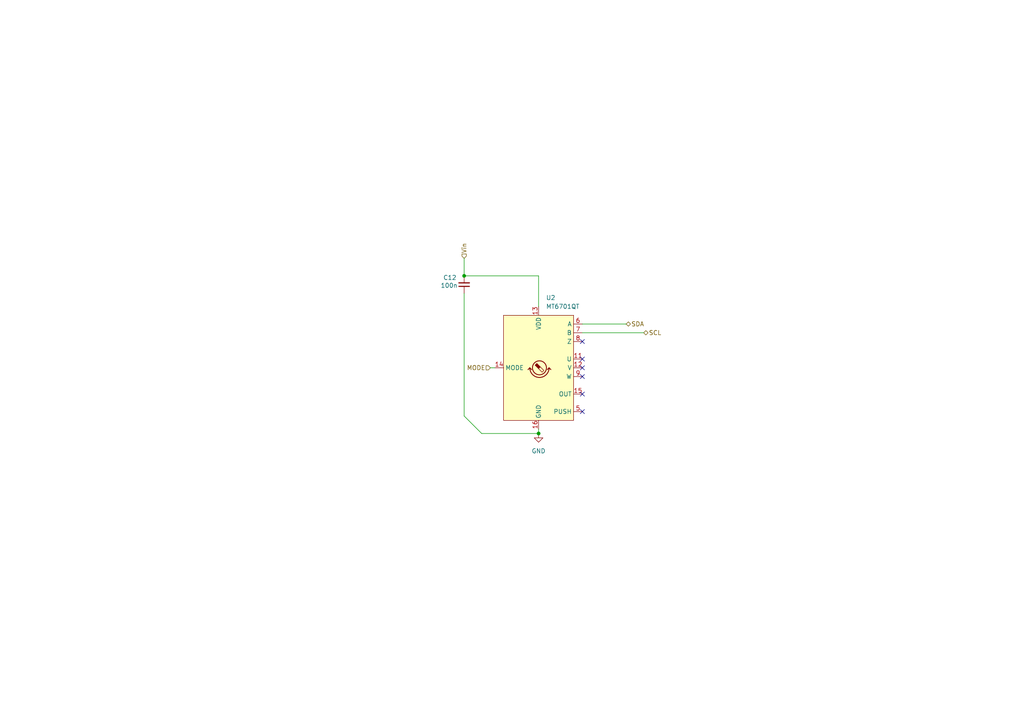
<source format=kicad_sch>
(kicad_sch (version 20250114) (generator "eeschema") (generator_version "9.0")
  (paper "A4")
  (title_block (title "QNOB") (date "2025-04-17") (rev "0.5") (company "12M Design") (comment 1 "Alper Basaran"))
  (lib_symbols
    (symbol "Device:C_Small" (pin_numbers (hide yes)) (pin_names (offset 0.254) (hide yes))
      (property "Reference" "C" (at 0.254 1.778 0))
      (property "Value" "C_Small" (at 0.254 -2.032 0))
      (symbol "C_Small_0_1"
        (polyline (pts (xy -1.524 0.508) (xy 1.524 0.508)) (stroke (width 0.3048)))
        (polyline (pts (xy -1.524 -0.508) (xy 1.524 -0.508)) (stroke (width 0.3302)))
      )
      (symbol "C_Small_1_1"
        (pin passive line (at 0 2.54 270) (length 2.032) (name "~") (number "1"))
        (pin passive line (at 0 -2.54 90) (length 2.032) (name "~") (number "2"))
      )
    )
    (symbol "Sensor_Magnetic:MT6701QT"
      (property "Reference" "U" (at -9.6632 16.4397 0))
      (property "Value" "MT6701QT" (at 5.5155 16.4397 0))
      (symbol "MT6701QT_0_1"
        (polyline (pts (xy -2.54 0) (xy -3.048 -0.508)) (stroke (width 0.254)))
        (polyline (pts (xy -2.54 0) (xy -2.032 -0.508)) (stroke (width 0.254)))
        (arc (start 3.048 0) (mid 0.254 -2.7819) (end -2.54 0) (stroke (width 0.254)))
        (polyline (pts (xy 3.048 0) (xy 2.54 -0.508)) (stroke (width 0.254)))
        (polyline (pts (xy 3.048 0) (xy 3.556 -0.508)) (stroke (width 0.254)))
      )
      (symbol "MT6701QT_1_1"
        (rectangle (start -10.16 15.24) (end 10.16 -15.24) (fill (type background)))
        (polyline (pts (xy -0.508 1.27) (xy 0.508 0.254) (xy 0 -0.254) (xy -1.016 0.762) (xy -0.762 1.016) (xy -0.508 1.27) (xy -0.381 1.143)) (fill (type outline)))
        (circle (center 0.254 0) (radius 2.032) (stroke (width 0.254)))
        (polyline (pts (xy 0.508 0.254) (xy 1.524 -0.762) (xy 1.016 -1.27) (xy 0 -0.254)))
        (pin input line (at -12.7 0 0) (length 2.54) (name "MODE") (number "14"))
        (pin no_connect line (at -10.16 12.7 0) (length 2.54) (hide yes) (name "NC") (number "1"))
        (pin no_connect line (at -10.16 10.16 0) (length 2.54) (hide yes) (name "NC") (number "2"))
        (pin no_connect line (at -10.16 7.62 0) (length 2.54) (hide yes) (name "NC") (number "3"))
        (pin no_connect line (at -10.16 5.08 0) (length 2.54) (hide yes) (name "NC") (number "4"))
        (pin no_connect line (at -10.16 2.54 0) (length 2.54) (hide yes) (name "NC") (number "10"))
        (pin power_in line (at 0 17.78 270) (length 2.54) (name "VDD") (number "13"))
        (pin power_in line (at 0 -17.78 90) (length 2.54) (name "GND") (number "16"))
        (pin passive line (at 0 -17.78 90) (length 2.54) (hide yes) (name "GND") (number "17"))
        (pin output line (at 12.7 12.7 180) (length 2.54) (name "A") (number "6"))
        (pin output line (at 12.7 10.16 180) (length 2.54) (name "B") (number "7"))
        (pin output line (at 12.7 7.62 180) (length 2.54) (name "Z") (number "8"))
        (pin output line (at 12.7 2.54 180) (length 2.54) (name "U") (number "11"))
        (pin output line (at 12.7 0 180) (length 2.54) (name "V") (number "12"))
        (pin output line (at 12.7 -2.54 180) (length 2.54) (name "W") (number "9"))
        (pin output line (at 12.7 -7.62 180) (length 2.54) (name "OUT") (number "15"))
        (pin output line (at 12.7 -12.7 180) (length 2.54) (name "PUSH") (number "5"))
      )
    )
    (symbol "power:GND" (power) (pin_names (offset 0))
      (property "Value" "GND" (at 0 -3.81 0))
      (symbol "GND_0_1"
        (polyline (pts (xy 0 0) (xy 0 -1.27) (xy 1.27 -1.27) (xy 0 -2.54) (xy -1.27 -1.27) (xy 0 -1.27)))
      )
      (symbol "GND_1_1"
        (pin power_in line (at 0 0 270) (length 0) (hide yes) (name "GND") (number "1"))
      )
    )
  )
  (junction (at 156.21 125.73))
  (junction (at 134.62 80.01))
  (no_connect (at 168.91 106.68))
  (no_connect (at 168.91 119.38))
  (no_connect (at 168.91 99.06))
  (no_connect (at 168.91 109.22))
  (no_connect (at 168.91 114.3))
  (no_connect (at 168.91 104.14))
  (wire (pts (xy 156.21 125.73) (xy 139.7 125.73)))
  (wire (pts (xy 156.21 124.46) (xy 156.21 125.73)))
  (wire (pts (xy 143.51 106.68) (xy 142.24 106.68)))
  (wire (pts (xy 168.91 93.98) (xy 181.61 93.98)))
  (wire (pts (xy 134.62 80.01) (xy 156.21 80.01)))
  (wire (pts (xy 134.62 74.93) (xy 134.62 80.01)))
  (wire (pts (xy 139.7 125.73) (xy 134.62 120.65)))
  (wire (pts (xy 168.91 96.52) (xy 186.69 96.52)))
  (wire (pts (xy 134.62 85.09) (xy 134.62 120.65)))
  (wire (pts (xy 156.21 88.9) (xy 156.21 80.01)))
  (hierarchical_label "SCL" (shape bidirectional) (at 186.69 96.52 0))
  (hierarchical_label "MODE" (shape input) (at 142.24 106.68 180))
  (hierarchical_label "SDA" (shape bidirectional) (at 181.61 93.98 0))
  (hierarchical_label "Vin" (shape input) (at 134.62 74.93 90))
  (symbol (lib_id "Device:C_Small") (at 134.62 82.55 180) (unit 1)
    (property "Reference" "C12" (at 128.524 80.518 0) (effects (justify right)))
    (property "Value" "100n" (at 127.762 82.804 0) (effects (justify right)))
    (property "Footprint" "Capacitor_SMD:C_0402_1005Metric" (effects (hide yes)))
    (property "Description" "Unpolarized capacitor, small symbol" (effects (hide yes)))
  )
  (symbol (lib_id "power:GND") (at 156.21 125.73 0) (unit 1)
    (property "Reference" "#PWR07" (effects (hide yes)))
    (property "Value" "GND" (at 156.21 130.81 0))
  )
  (symbol (lib_id "Sensor_Magnetic:MT6701QT") (at 156.21 106.68 0) (unit 1)
    (property "Reference" "U2" (at 158.3533 86.36 0) (effects (justify left)))
    (property "Value" "MT6701QT" (at 158.3533 88.9 0) (effects (justify left)))
    (property "Footprint" "Package_DFN_QFN:QFN-16-1EP_3x3mm_P0.5mm_EP1.7x1.7mm" (effects (hide yes)))
    (property "Datasheet" "https://www.magntek.com.cn/upload/MT6701_Rev.1.5.pdf" (effects (hide yes)))
    (property "Description" "Hall Based Angle Position Encoder Sensor, I2C, SSI, ABZ & UVW interfaces, 3.3..5V supply, QFN-16" (effects (hide yes)))
  )
)
</source>
